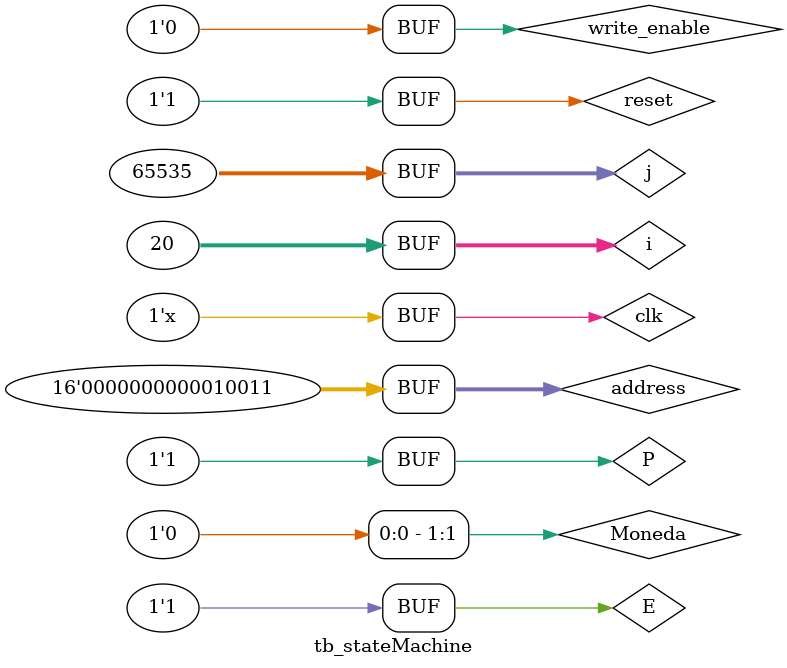
<source format=v>
`timescale 1ns / 1ps


module tb_stateMachine();

wire ProductoA;
wire ProductoB;
wire YS;
reg clk,E,P,reset;
reg [1:0] Moneda;
integer i;
integer j;

reg write_enable;
wire [15:0] data_out;
wire [15:0] data_out2;
reg [15:0] address;
reg [15:0] data_in;

        
    stateMachine uuts(Moneda,E,P,clk,reset,YS);
    
    memory mem(.data_out2(data_out2),.data_out(data_out), .address(address), .data_in(data_in), .write_enable(write_enable), .clk(clk) ); 


 always #4 clk = ~clk; 
initial begin
    {clk,E,P,reset,Moneda}<=0;
    P <= 1;
    #1 reset <=1;
    #2 E <= 1;
    
    j <= 65535;
    
    for(i = 0;i<200;i=i+1) begin
        #1 Moneda = $random;
    end
    
//    for(i = 0;i<=65535;i=i+1) begin
     
//        #10 data_in = j; address = i; write_enable<=1;
//        j=j-1;
        
//    end;

    
    for(i = 0;i<20;i=i+1) begin
        #10 address = i; write_enable<=0; 
    end
    
    
    
    
end

endmodule
</source>
